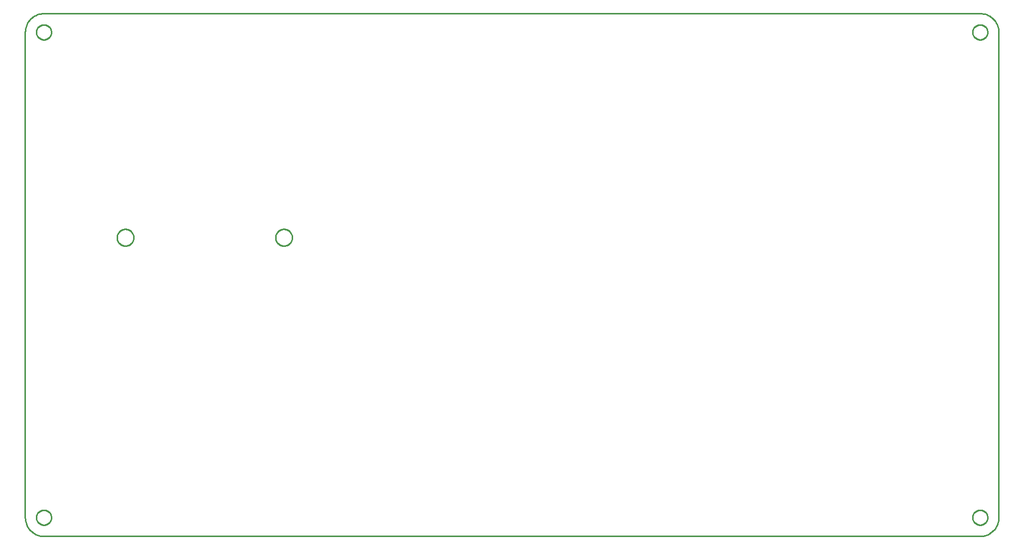
<source format=gbr>
G04 EAGLE Gerber RS-274X export*
G75*
%MOMM*%
%FSLAX34Y34*%
%LPD*%
%IN*%
%IPPOS*%
%AMOC8*
5,1,8,0,0,1.08239X$1,22.5*%
G01*
%ADD10C,0.254000*%


D10*
X0Y31750D02*
X121Y28983D01*
X482Y26237D01*
X1082Y23533D01*
X1915Y20891D01*
X2975Y18332D01*
X4254Y15875D01*
X5742Y13539D01*
X7428Y11342D01*
X9299Y9299D01*
X11342Y7428D01*
X13539Y5742D01*
X15875Y4254D01*
X18332Y2975D01*
X20891Y1915D01*
X23533Y1082D01*
X26237Y482D01*
X28983Y121D01*
X31750Y0D01*
X1621790Y0D01*
X1624557Y121D01*
X1627303Y482D01*
X1630008Y1082D01*
X1632649Y1915D01*
X1635208Y2975D01*
X1637665Y4254D01*
X1640001Y5742D01*
X1642199Y7428D01*
X1644241Y9299D01*
X1646112Y11342D01*
X1647798Y13539D01*
X1649286Y15875D01*
X1650565Y18332D01*
X1651625Y20891D01*
X1652458Y23533D01*
X1653058Y26237D01*
X1653419Y28983D01*
X1653540Y31750D01*
X1653540Y857250D01*
X1653419Y860017D01*
X1653058Y862763D01*
X1652458Y865468D01*
X1651625Y868109D01*
X1650565Y870668D01*
X1649286Y873125D01*
X1647798Y875461D01*
X1646112Y877659D01*
X1644241Y879701D01*
X1642199Y881572D01*
X1640001Y883258D01*
X1637665Y884746D01*
X1635208Y886025D01*
X1632649Y887085D01*
X1630008Y887918D01*
X1627303Y888518D01*
X1624557Y888879D01*
X1621790Y889000D01*
X31750Y889000D01*
X28983Y888879D01*
X26237Y888518D01*
X23533Y887918D01*
X20891Y887085D01*
X18332Y886025D01*
X15875Y884746D01*
X13539Y883258D01*
X11342Y881572D01*
X9299Y879701D01*
X7428Y877659D01*
X5742Y875461D01*
X4254Y873125D01*
X2975Y870668D01*
X1915Y868109D01*
X1082Y865468D01*
X482Y862763D01*
X121Y860017D01*
X0Y857250D01*
X0Y31750D01*
X44450Y856751D02*
X44372Y855756D01*
X44216Y854770D01*
X43983Y853800D01*
X43674Y852851D01*
X43292Y851929D01*
X42839Y851040D01*
X42318Y850189D01*
X41731Y849381D01*
X41083Y848623D01*
X40377Y847917D01*
X39619Y847269D01*
X38811Y846682D01*
X37960Y846161D01*
X37071Y845708D01*
X36149Y845326D01*
X35200Y845017D01*
X34230Y844784D01*
X33244Y844628D01*
X32249Y844550D01*
X31251Y844550D01*
X30256Y844628D01*
X29270Y844784D01*
X28300Y845017D01*
X27351Y845326D01*
X26429Y845708D01*
X25540Y846161D01*
X24689Y846682D01*
X23881Y847269D01*
X23123Y847917D01*
X22417Y848623D01*
X21769Y849381D01*
X21182Y850189D01*
X20661Y851040D01*
X20208Y851929D01*
X19826Y852851D01*
X19517Y853800D01*
X19284Y854770D01*
X19128Y855756D01*
X19050Y856751D01*
X19050Y857749D01*
X19128Y858744D01*
X19284Y859730D01*
X19517Y860700D01*
X19826Y861649D01*
X20208Y862571D01*
X20661Y863460D01*
X21182Y864311D01*
X21769Y865119D01*
X22417Y865877D01*
X23123Y866583D01*
X23881Y867231D01*
X24689Y867818D01*
X25540Y868339D01*
X26429Y868792D01*
X27351Y869174D01*
X28300Y869483D01*
X29270Y869716D01*
X30256Y869872D01*
X31251Y869950D01*
X32249Y869950D01*
X33244Y869872D01*
X34230Y869716D01*
X35200Y869483D01*
X36149Y869174D01*
X37071Y868792D01*
X37960Y868339D01*
X38811Y867818D01*
X39619Y867231D01*
X40377Y866583D01*
X41083Y865877D01*
X41731Y865119D01*
X42318Y864311D01*
X42839Y863460D01*
X43292Y862571D01*
X43674Y861649D01*
X43983Y860700D01*
X44216Y859730D01*
X44372Y858744D01*
X44450Y857749D01*
X44450Y856751D01*
X44450Y31251D02*
X44372Y30256D01*
X44216Y29270D01*
X43983Y28300D01*
X43674Y27351D01*
X43292Y26429D01*
X42839Y25540D01*
X42318Y24689D01*
X41731Y23881D01*
X41083Y23123D01*
X40377Y22417D01*
X39619Y21769D01*
X38811Y21182D01*
X37960Y20661D01*
X37071Y20208D01*
X36149Y19826D01*
X35200Y19517D01*
X34230Y19284D01*
X33244Y19128D01*
X32249Y19050D01*
X31251Y19050D01*
X30256Y19128D01*
X29270Y19284D01*
X28300Y19517D01*
X27351Y19826D01*
X26429Y20208D01*
X25540Y20661D01*
X24689Y21182D01*
X23881Y21769D01*
X23123Y22417D01*
X22417Y23123D01*
X21769Y23881D01*
X21182Y24689D01*
X20661Y25540D01*
X20208Y26429D01*
X19826Y27351D01*
X19517Y28300D01*
X19284Y29270D01*
X19128Y30256D01*
X19050Y31251D01*
X19050Y32249D01*
X19128Y33244D01*
X19284Y34230D01*
X19517Y35200D01*
X19826Y36149D01*
X20208Y37071D01*
X20661Y37960D01*
X21182Y38811D01*
X21769Y39619D01*
X22417Y40377D01*
X23123Y41083D01*
X23881Y41731D01*
X24689Y42318D01*
X25540Y42839D01*
X26429Y43292D01*
X27351Y43674D01*
X28300Y43983D01*
X29270Y44216D01*
X30256Y44372D01*
X31251Y44450D01*
X32249Y44450D01*
X33244Y44372D01*
X34230Y44216D01*
X35200Y43983D01*
X36149Y43674D01*
X37071Y43292D01*
X37960Y42839D01*
X38811Y42318D01*
X39619Y41731D01*
X40377Y41083D01*
X41083Y40377D01*
X41731Y39619D01*
X42318Y38811D01*
X42839Y37960D01*
X43292Y37071D01*
X43674Y36149D01*
X43983Y35200D01*
X44216Y34230D01*
X44372Y33244D01*
X44450Y32249D01*
X44450Y31251D01*
X1634490Y31251D02*
X1634412Y30256D01*
X1634256Y29270D01*
X1634023Y28300D01*
X1633714Y27351D01*
X1633332Y26429D01*
X1632879Y25540D01*
X1632358Y24689D01*
X1631771Y23881D01*
X1631123Y23123D01*
X1630417Y22417D01*
X1629659Y21769D01*
X1628851Y21182D01*
X1628000Y20661D01*
X1627111Y20208D01*
X1626189Y19826D01*
X1625240Y19517D01*
X1624270Y19284D01*
X1623284Y19128D01*
X1622289Y19050D01*
X1621291Y19050D01*
X1620296Y19128D01*
X1619310Y19284D01*
X1618340Y19517D01*
X1617391Y19826D01*
X1616469Y20208D01*
X1615580Y20661D01*
X1614729Y21182D01*
X1613921Y21769D01*
X1613163Y22417D01*
X1612457Y23123D01*
X1611809Y23881D01*
X1611222Y24689D01*
X1610701Y25540D01*
X1610248Y26429D01*
X1609866Y27351D01*
X1609557Y28300D01*
X1609324Y29270D01*
X1609168Y30256D01*
X1609090Y31251D01*
X1609090Y32249D01*
X1609168Y33244D01*
X1609324Y34230D01*
X1609557Y35200D01*
X1609866Y36149D01*
X1610248Y37071D01*
X1610701Y37960D01*
X1611222Y38811D01*
X1611809Y39619D01*
X1612457Y40377D01*
X1613163Y41083D01*
X1613921Y41731D01*
X1614729Y42318D01*
X1615580Y42839D01*
X1616469Y43292D01*
X1617391Y43674D01*
X1618340Y43983D01*
X1619310Y44216D01*
X1620296Y44372D01*
X1621291Y44450D01*
X1622289Y44450D01*
X1623284Y44372D01*
X1624270Y44216D01*
X1625240Y43983D01*
X1626189Y43674D01*
X1627111Y43292D01*
X1628000Y42839D01*
X1628851Y42318D01*
X1629659Y41731D01*
X1630417Y41083D01*
X1631123Y40377D01*
X1631771Y39619D01*
X1632358Y38811D01*
X1632879Y37960D01*
X1633332Y37071D01*
X1633714Y36149D01*
X1634023Y35200D01*
X1634256Y34230D01*
X1634412Y33244D01*
X1634490Y32249D01*
X1634490Y31251D01*
X1634490Y856751D02*
X1634412Y855756D01*
X1634256Y854770D01*
X1634023Y853800D01*
X1633714Y852851D01*
X1633332Y851929D01*
X1632879Y851040D01*
X1632358Y850189D01*
X1631771Y849381D01*
X1631123Y848623D01*
X1630417Y847917D01*
X1629659Y847269D01*
X1628851Y846682D01*
X1628000Y846161D01*
X1627111Y845708D01*
X1626189Y845326D01*
X1625240Y845017D01*
X1624270Y844784D01*
X1623284Y844628D01*
X1622289Y844550D01*
X1621291Y844550D01*
X1620296Y844628D01*
X1619310Y844784D01*
X1618340Y845017D01*
X1617391Y845326D01*
X1616469Y845708D01*
X1615580Y846161D01*
X1614729Y846682D01*
X1613921Y847269D01*
X1613163Y847917D01*
X1612457Y848623D01*
X1611809Y849381D01*
X1611222Y850189D01*
X1610701Y851040D01*
X1610248Y851929D01*
X1609866Y852851D01*
X1609557Y853800D01*
X1609324Y854770D01*
X1609168Y855756D01*
X1609090Y856751D01*
X1609090Y857749D01*
X1609168Y858744D01*
X1609324Y859730D01*
X1609557Y860700D01*
X1609866Y861649D01*
X1610248Y862571D01*
X1610701Y863460D01*
X1611222Y864311D01*
X1611809Y865119D01*
X1612457Y865877D01*
X1613163Y866583D01*
X1613921Y867231D01*
X1614729Y867818D01*
X1615580Y868339D01*
X1616469Y868792D01*
X1617391Y869174D01*
X1618340Y869483D01*
X1619310Y869716D01*
X1620296Y869872D01*
X1621291Y869950D01*
X1622289Y869950D01*
X1623284Y869872D01*
X1624270Y869716D01*
X1625240Y869483D01*
X1626189Y869174D01*
X1627111Y868792D01*
X1628000Y868339D01*
X1628851Y867818D01*
X1629659Y867231D01*
X1630417Y866583D01*
X1631123Y865877D01*
X1631771Y865119D01*
X1632358Y864311D01*
X1632879Y863460D01*
X1633332Y862571D01*
X1633714Y861649D01*
X1634023Y860700D01*
X1634256Y859730D01*
X1634412Y858744D01*
X1634490Y857749D01*
X1634490Y856751D01*
X155956Y508508D02*
X156028Y509521D01*
X156173Y510527D01*
X156389Y511520D01*
X156675Y512495D01*
X157030Y513447D01*
X157452Y514371D01*
X157939Y515263D01*
X158489Y516117D01*
X159098Y516931D01*
X159763Y517699D01*
X160481Y518417D01*
X161249Y519082D01*
X162063Y519691D01*
X162917Y520241D01*
X163809Y520728D01*
X164733Y521150D01*
X165685Y521505D01*
X166660Y521791D01*
X167653Y522007D01*
X168659Y522152D01*
X169672Y522224D01*
X170688Y522224D01*
X171701Y522152D01*
X172707Y522007D01*
X173700Y521791D01*
X174675Y521505D01*
X175627Y521150D01*
X176551Y520728D01*
X177443Y520241D01*
X178297Y519691D01*
X179111Y519082D01*
X179879Y518417D01*
X180597Y517699D01*
X181262Y516931D01*
X181871Y516117D01*
X182421Y515263D01*
X182908Y514371D01*
X183330Y513447D01*
X183685Y512495D01*
X183971Y511520D01*
X184187Y510527D01*
X184332Y509521D01*
X184404Y508508D01*
X184404Y507492D01*
X184332Y506479D01*
X184187Y505473D01*
X183971Y504480D01*
X183685Y503505D01*
X183330Y502553D01*
X182908Y501629D01*
X182421Y500737D01*
X181871Y499883D01*
X181262Y499069D01*
X180597Y498301D01*
X179879Y497583D01*
X179111Y496918D01*
X178297Y496309D01*
X177443Y495759D01*
X176551Y495272D01*
X175627Y494850D01*
X174675Y494495D01*
X173700Y494209D01*
X172707Y493993D01*
X171701Y493848D01*
X170688Y493776D01*
X169672Y493776D01*
X168659Y493848D01*
X167653Y493993D01*
X166660Y494209D01*
X165685Y494495D01*
X164733Y494850D01*
X163809Y495272D01*
X162917Y495759D01*
X162063Y496309D01*
X161249Y496918D01*
X160481Y497583D01*
X159763Y498301D01*
X159098Y499069D01*
X158489Y499883D01*
X157939Y500737D01*
X157452Y501629D01*
X157030Y502553D01*
X156675Y503505D01*
X156389Y504480D01*
X156173Y505473D01*
X156028Y506479D01*
X155956Y507492D01*
X155956Y508508D01*
X425196Y508508D02*
X425268Y509521D01*
X425413Y510527D01*
X425629Y511520D01*
X425915Y512495D01*
X426270Y513447D01*
X426692Y514371D01*
X427179Y515263D01*
X427729Y516117D01*
X428338Y516931D01*
X429003Y517699D01*
X429721Y518417D01*
X430489Y519082D01*
X431303Y519691D01*
X432157Y520241D01*
X433049Y520728D01*
X433973Y521150D01*
X434925Y521505D01*
X435900Y521791D01*
X436893Y522007D01*
X437899Y522152D01*
X438912Y522224D01*
X439928Y522224D01*
X440941Y522152D01*
X441947Y522007D01*
X442940Y521791D01*
X443915Y521505D01*
X444867Y521150D01*
X445791Y520728D01*
X446683Y520241D01*
X447537Y519691D01*
X448351Y519082D01*
X449119Y518417D01*
X449837Y517699D01*
X450502Y516931D01*
X451111Y516117D01*
X451661Y515263D01*
X452148Y514371D01*
X452570Y513447D01*
X452925Y512495D01*
X453211Y511520D01*
X453427Y510527D01*
X453572Y509521D01*
X453644Y508508D01*
X453644Y507492D01*
X453572Y506479D01*
X453427Y505473D01*
X453211Y504480D01*
X452925Y503505D01*
X452570Y502553D01*
X452148Y501629D01*
X451661Y500737D01*
X451111Y499883D01*
X450502Y499069D01*
X449837Y498301D01*
X449119Y497583D01*
X448351Y496918D01*
X447537Y496309D01*
X446683Y495759D01*
X445791Y495272D01*
X444867Y494850D01*
X443915Y494495D01*
X442940Y494209D01*
X441947Y493993D01*
X440941Y493848D01*
X439928Y493776D01*
X438912Y493776D01*
X437899Y493848D01*
X436893Y493993D01*
X435900Y494209D01*
X434925Y494495D01*
X433973Y494850D01*
X433049Y495272D01*
X432157Y495759D01*
X431303Y496309D01*
X430489Y496918D01*
X429721Y497583D01*
X429003Y498301D01*
X428338Y499069D01*
X427729Y499883D01*
X427179Y500737D01*
X426692Y501629D01*
X426270Y502553D01*
X425915Y503505D01*
X425629Y504480D01*
X425413Y505473D01*
X425268Y506479D01*
X425196Y507492D01*
X425196Y508508D01*
M02*

</source>
